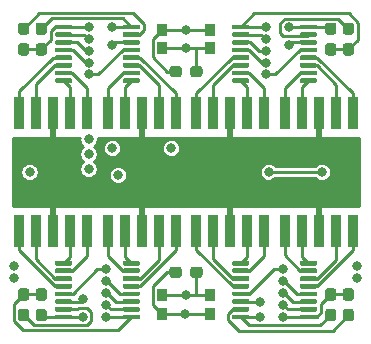
<source format=gbr>
%TF.GenerationSoftware,KiCad,Pcbnew,(5.1.6)-1*%
%TF.CreationDate,2020-09-19T18:08:17+02:00*%
%TF.ProjectId,watch,77617463-682e-46b6-9963-61645f706362,rev?*%
%TF.SameCoordinates,Original*%
%TF.FileFunction,Copper,L1,Top*%
%TF.FilePolarity,Positive*%
%FSLAX46Y46*%
G04 Gerber Fmt 4.6, Leading zero omitted, Abs format (unit mm)*
G04 Created by KiCad (PCBNEW (5.1.6)-1) date 2020-09-19 18:08:17*
%MOMM*%
%LPD*%
G01*
G04 APERTURE LIST*
%TA.AperFunction,SMDPad,CuDef*%
%ADD10R,0.900000X2.800000*%
%TD*%
%TA.AperFunction,SMDPad,CuDef*%
%ADD11R,0.900000X1.000000*%
%TD*%
%TA.AperFunction,ViaPad*%
%ADD12C,0.800000*%
%TD*%
%TA.AperFunction,Conductor*%
%ADD13C,0.250000*%
%TD*%
%TA.AperFunction,Conductor*%
%ADD14C,0.500000*%
%TD*%
G04 APERTURE END LIST*
%TO.P,R4,2*%
%TO.N,GND*%
%TA.AperFunction,SMDPad,CuDef*%
G36*
G01*
X133043812Y-51952611D02*
X133518812Y-51952611D01*
G75*
G02*
X133756312Y-52190111I0J-237500D01*
G01*
X133756312Y-52765111D01*
G75*
G02*
X133518812Y-53002611I-237500J0D01*
G01*
X133043812Y-53002611D01*
G75*
G02*
X132806312Y-52765111I0J237500D01*
G01*
X132806312Y-52190111D01*
G75*
G02*
X133043812Y-51952611I237500J0D01*
G01*
G37*
%TD.AperFunction*%
%TO.P,R4,1*%
%TO.N,Net-(R4-Pad1)*%
%TA.AperFunction,SMDPad,CuDef*%
G36*
G01*
X133043812Y-50202611D02*
X133518812Y-50202611D01*
G75*
G02*
X133756312Y-50440111I0J-237500D01*
G01*
X133756312Y-51015111D01*
G75*
G02*
X133518812Y-51252611I-237500J0D01*
G01*
X133043812Y-51252611D01*
G75*
G02*
X132806312Y-51015111I0J237500D01*
G01*
X132806312Y-50440111D01*
G75*
G02*
X133043812Y-50202611I237500J0D01*
G01*
G37*
%TD.AperFunction*%
%TD*%
%TO.P,C5,2*%
%TO.N,GND*%
%TA.AperFunction,SMDPad,CuDef*%
G36*
G01*
X134543812Y-51952611D02*
X135018812Y-51952611D01*
G75*
G02*
X135256312Y-52190111I0J-237500D01*
G01*
X135256312Y-52765111D01*
G75*
G02*
X135018812Y-53002611I-237500J0D01*
G01*
X134543812Y-53002611D01*
G75*
G02*
X134306312Y-52765111I0J237500D01*
G01*
X134306312Y-52190111D01*
G75*
G02*
X134543812Y-51952611I237500J0D01*
G01*
G37*
%TD.AperFunction*%
%TO.P,C5,1*%
%TO.N,+3V3*%
%TA.AperFunction,SMDPad,CuDef*%
G36*
G01*
X134543812Y-50202611D02*
X135018812Y-50202611D01*
G75*
G02*
X135256312Y-50440111I0J-237500D01*
G01*
X135256312Y-51015111D01*
G75*
G02*
X135018812Y-51252611I-237500J0D01*
G01*
X134543812Y-51252611D01*
G75*
G02*
X134306312Y-51015111I0J237500D01*
G01*
X134306312Y-50440111D01*
G75*
G02*
X134543812Y-50202611I237500J0D01*
G01*
G37*
%TD.AperFunction*%
%TD*%
D10*
%TO.P,U13,10*%
%TO.N,/S4_G*%
X155401312Y-57852611D03*
%TO.P,U13,9*%
%TO.N,/S4_F*%
X156841312Y-57852611D03*
%TO.P,U13,8*%
%TO.N,VCC*%
X158281312Y-57852611D03*
%TO.P,U13,7*%
%TO.N,/S4_A*%
X159721312Y-57852611D03*
%TO.P,U13,6*%
%TO.N,/S4_B*%
X161161312Y-57852611D03*
%TO.P,U13,5*%
%TO.N,/S4_DP*%
X161161312Y-67852611D03*
%TO.P,U13,4*%
%TO.N,/S4_C*%
X159721312Y-67852611D03*
%TO.P,U13,3*%
%TO.N,VCC*%
X158281312Y-67852611D03*
%TO.P,U13,2*%
%TO.N,/S4_D*%
X156841312Y-67852611D03*
%TO.P,U13,1*%
%TO.N,/S4_E*%
X155401312Y-67852611D03*
%TD*%
%TO.P,U12,16*%
%TO.N,+3V3*%
%TA.AperFunction,SMDPad,CuDef*%
G36*
G01*
X156656312Y-50677611D02*
X156656312Y-50477611D01*
G75*
G02*
X156756312Y-50377611I100000J0D01*
G01*
X158031312Y-50377611D01*
G75*
G02*
X158131312Y-50477611I0J-100000D01*
G01*
X158131312Y-50677611D01*
G75*
G02*
X158031312Y-50777611I-100000J0D01*
G01*
X156756312Y-50777611D01*
G75*
G02*
X156656312Y-50677611I0J100000D01*
G01*
G37*
%TD.AperFunction*%
%TO.P,U12,15*%
%TO.N,Net-(R5-Pad1)*%
%TA.AperFunction,SMDPad,CuDef*%
G36*
G01*
X156656312Y-51327611D02*
X156656312Y-51127611D01*
G75*
G02*
X156756312Y-51027611I100000J0D01*
G01*
X158031312Y-51027611D01*
G75*
G02*
X158131312Y-51127611I0J-100000D01*
G01*
X158131312Y-51327611D01*
G75*
G02*
X158031312Y-51427611I-100000J0D01*
G01*
X156756312Y-51427611D01*
G75*
G02*
X156656312Y-51327611I0J100000D01*
G01*
G37*
%TD.AperFunction*%
%TO.P,U12,14*%
%TO.N,/MDI*%
%TA.AperFunction,SMDPad,CuDef*%
G36*
G01*
X156656312Y-51977611D02*
X156656312Y-51777611D01*
G75*
G02*
X156756312Y-51677611I100000J0D01*
G01*
X158031312Y-51677611D01*
G75*
G02*
X158131312Y-51777611I0J-100000D01*
G01*
X158131312Y-51977611D01*
G75*
G02*
X158031312Y-52077611I-100000J0D01*
G01*
X156756312Y-52077611D01*
G75*
G02*
X156656312Y-51977611I0J100000D01*
G01*
G37*
%TD.AperFunction*%
%TO.P,U12,13*%
%TO.N,/OE*%
%TA.AperFunction,SMDPad,CuDef*%
G36*
G01*
X156656312Y-52627611D02*
X156656312Y-52427611D01*
G75*
G02*
X156756312Y-52327611I100000J0D01*
G01*
X158031312Y-52327611D01*
G75*
G02*
X158131312Y-52427611I0J-100000D01*
G01*
X158131312Y-52627611D01*
G75*
G02*
X158031312Y-52727611I-100000J0D01*
G01*
X156756312Y-52727611D01*
G75*
G02*
X156656312Y-52627611I0J100000D01*
G01*
G37*
%TD.AperFunction*%
%TO.P,U12,12*%
%TO.N,/S4_B*%
%TA.AperFunction,SMDPad,CuDef*%
G36*
G01*
X156656312Y-53277611D02*
X156656312Y-53077611D01*
G75*
G02*
X156756312Y-52977611I100000J0D01*
G01*
X158031312Y-52977611D01*
G75*
G02*
X158131312Y-53077611I0J-100000D01*
G01*
X158131312Y-53277611D01*
G75*
G02*
X158031312Y-53377611I-100000J0D01*
G01*
X156756312Y-53377611D01*
G75*
G02*
X156656312Y-53277611I0J100000D01*
G01*
G37*
%TD.AperFunction*%
%TO.P,U12,11*%
%TO.N,/S4_A*%
%TA.AperFunction,SMDPad,CuDef*%
G36*
G01*
X156656312Y-53927611D02*
X156656312Y-53727611D01*
G75*
G02*
X156756312Y-53627611I100000J0D01*
G01*
X158031312Y-53627611D01*
G75*
G02*
X158131312Y-53727611I0J-100000D01*
G01*
X158131312Y-53927611D01*
G75*
G02*
X158031312Y-54027611I-100000J0D01*
G01*
X156756312Y-54027611D01*
G75*
G02*
X156656312Y-53927611I0J100000D01*
G01*
G37*
%TD.AperFunction*%
%TO.P,U12,10*%
%TO.N,/S4_G*%
%TA.AperFunction,SMDPad,CuDef*%
G36*
G01*
X156656312Y-54577611D02*
X156656312Y-54377611D01*
G75*
G02*
X156756312Y-54277611I100000J0D01*
G01*
X158031312Y-54277611D01*
G75*
G02*
X158131312Y-54377611I0J-100000D01*
G01*
X158131312Y-54577611D01*
G75*
G02*
X158031312Y-54677611I-100000J0D01*
G01*
X156756312Y-54677611D01*
G75*
G02*
X156656312Y-54577611I0J100000D01*
G01*
G37*
%TD.AperFunction*%
%TO.P,U12,9*%
%TO.N,/S4_F*%
%TA.AperFunction,SMDPad,CuDef*%
G36*
G01*
X156656312Y-55227611D02*
X156656312Y-55027611D01*
G75*
G02*
X156756312Y-54927611I100000J0D01*
G01*
X158031312Y-54927611D01*
G75*
G02*
X158131312Y-55027611I0J-100000D01*
G01*
X158131312Y-55227611D01*
G75*
G02*
X158031312Y-55327611I-100000J0D01*
G01*
X156756312Y-55327611D01*
G75*
G02*
X156656312Y-55227611I0J100000D01*
G01*
G37*
%TD.AperFunction*%
%TO.P,U12,8*%
%TO.N,/S3_A*%
%TA.AperFunction,SMDPad,CuDef*%
G36*
G01*
X150931312Y-55227611D02*
X150931312Y-55027611D01*
G75*
G02*
X151031312Y-54927611I100000J0D01*
G01*
X152306312Y-54927611D01*
G75*
G02*
X152406312Y-55027611I0J-100000D01*
G01*
X152406312Y-55227611D01*
G75*
G02*
X152306312Y-55327611I-100000J0D01*
G01*
X151031312Y-55327611D01*
G75*
G02*
X150931312Y-55227611I0J100000D01*
G01*
G37*
%TD.AperFunction*%
%TO.P,U12,7*%
%TO.N,/S3_B*%
%TA.AperFunction,SMDPad,CuDef*%
G36*
G01*
X150931312Y-54577611D02*
X150931312Y-54377611D01*
G75*
G02*
X151031312Y-54277611I100000J0D01*
G01*
X152306312Y-54277611D01*
G75*
G02*
X152406312Y-54377611I0J-100000D01*
G01*
X152406312Y-54577611D01*
G75*
G02*
X152306312Y-54677611I-100000J0D01*
G01*
X151031312Y-54677611D01*
G75*
G02*
X150931312Y-54577611I0J100000D01*
G01*
G37*
%TD.AperFunction*%
%TO.P,U12,6*%
%TO.N,/S3_F*%
%TA.AperFunction,SMDPad,CuDef*%
G36*
G01*
X150931312Y-53927611D02*
X150931312Y-53727611D01*
G75*
G02*
X151031312Y-53627611I100000J0D01*
G01*
X152306312Y-53627611D01*
G75*
G02*
X152406312Y-53727611I0J-100000D01*
G01*
X152406312Y-53927611D01*
G75*
G02*
X152306312Y-54027611I-100000J0D01*
G01*
X151031312Y-54027611D01*
G75*
G02*
X150931312Y-53927611I0J100000D01*
G01*
G37*
%TD.AperFunction*%
%TO.P,U12,5*%
%TO.N,/S3_G*%
%TA.AperFunction,SMDPad,CuDef*%
G36*
G01*
X150931312Y-53277611D02*
X150931312Y-53077611D01*
G75*
G02*
X151031312Y-52977611I100000J0D01*
G01*
X152306312Y-52977611D01*
G75*
G02*
X152406312Y-53077611I0J-100000D01*
G01*
X152406312Y-53277611D01*
G75*
G02*
X152306312Y-53377611I-100000J0D01*
G01*
X151031312Y-53377611D01*
G75*
G02*
X150931312Y-53277611I0J100000D01*
G01*
G37*
%TD.AperFunction*%
%TO.P,U12,4*%
%TO.N,/LE*%
%TA.AperFunction,SMDPad,CuDef*%
G36*
G01*
X150931312Y-52627611D02*
X150931312Y-52427611D01*
G75*
G02*
X151031312Y-52327611I100000J0D01*
G01*
X152306312Y-52327611D01*
G75*
G02*
X152406312Y-52427611I0J-100000D01*
G01*
X152406312Y-52627611D01*
G75*
G02*
X152306312Y-52727611I-100000J0D01*
G01*
X151031312Y-52727611D01*
G75*
G02*
X150931312Y-52627611I0J100000D01*
G01*
G37*
%TD.AperFunction*%
%TO.P,U12,3*%
%TO.N,/CLK*%
%TA.AperFunction,SMDPad,CuDef*%
G36*
G01*
X150931312Y-51977611D02*
X150931312Y-51777611D01*
G75*
G02*
X151031312Y-51677611I100000J0D01*
G01*
X152306312Y-51677611D01*
G75*
G02*
X152406312Y-51777611I0J-100000D01*
G01*
X152406312Y-51977611D01*
G75*
G02*
X152306312Y-52077611I-100000J0D01*
G01*
X151031312Y-52077611D01*
G75*
G02*
X150931312Y-51977611I0J100000D01*
G01*
G37*
%TD.AperFunction*%
%TO.P,U12,2*%
%TO.N,Net-(U10-Pad14)*%
%TA.AperFunction,SMDPad,CuDef*%
G36*
G01*
X150931312Y-51327611D02*
X150931312Y-51127611D01*
G75*
G02*
X151031312Y-51027611I100000J0D01*
G01*
X152306312Y-51027611D01*
G75*
G02*
X152406312Y-51127611I0J-100000D01*
G01*
X152406312Y-51327611D01*
G75*
G02*
X152306312Y-51427611I-100000J0D01*
G01*
X151031312Y-51427611D01*
G75*
G02*
X150931312Y-51327611I0J100000D01*
G01*
G37*
%TD.AperFunction*%
%TO.P,U12,1*%
%TO.N,GND*%
%TA.AperFunction,SMDPad,CuDef*%
G36*
G01*
X150931312Y-50677611D02*
X150931312Y-50477611D01*
G75*
G02*
X151031312Y-50377611I100000J0D01*
G01*
X152306312Y-50377611D01*
G75*
G02*
X152406312Y-50477611I0J-100000D01*
G01*
X152406312Y-50677611D01*
G75*
G02*
X152306312Y-50777611I-100000J0D01*
G01*
X151031312Y-50777611D01*
G75*
G02*
X150931312Y-50677611I0J100000D01*
G01*
G37*
%TD.AperFunction*%
%TD*%
%TO.P,U11,10*%
%TO.N,/S3_G*%
X147901312Y-57852611D03*
%TO.P,U11,9*%
%TO.N,/S3_F*%
X149341312Y-57852611D03*
%TO.P,U11,8*%
%TO.N,VCC*%
X150781312Y-57852611D03*
%TO.P,U11,7*%
%TO.N,/S3_A*%
X152221312Y-57852611D03*
%TO.P,U11,6*%
%TO.N,/S3_B*%
X153661312Y-57852611D03*
%TO.P,U11,5*%
%TO.N,/S3_DP*%
X153661312Y-67852611D03*
%TO.P,U11,4*%
%TO.N,/S3_C*%
X152221312Y-67852611D03*
%TO.P,U11,3*%
%TO.N,VCC*%
X150781312Y-67852611D03*
%TO.P,U11,2*%
%TO.N,/S3_D*%
X149341312Y-67852611D03*
%TO.P,U11,1*%
%TO.N,/S3_E*%
X147901312Y-67852611D03*
%TD*%
%TO.P,U10,16*%
%TO.N,+3V3*%
%TA.AperFunction,SMDPad,CuDef*%
G36*
G01*
X141656312Y-50677611D02*
X141656312Y-50477611D01*
G75*
G02*
X141756312Y-50377611I100000J0D01*
G01*
X143031312Y-50377611D01*
G75*
G02*
X143131312Y-50477611I0J-100000D01*
G01*
X143131312Y-50677611D01*
G75*
G02*
X143031312Y-50777611I-100000J0D01*
G01*
X141756312Y-50777611D01*
G75*
G02*
X141656312Y-50677611I0J100000D01*
G01*
G37*
%TD.AperFunction*%
%TO.P,U10,15*%
%TO.N,Net-(R4-Pad1)*%
%TA.AperFunction,SMDPad,CuDef*%
G36*
G01*
X141656312Y-51327611D02*
X141656312Y-51127611D01*
G75*
G02*
X141756312Y-51027611I100000J0D01*
G01*
X143031312Y-51027611D01*
G75*
G02*
X143131312Y-51127611I0J-100000D01*
G01*
X143131312Y-51327611D01*
G75*
G02*
X143031312Y-51427611I-100000J0D01*
G01*
X141756312Y-51427611D01*
G75*
G02*
X141656312Y-51327611I0J100000D01*
G01*
G37*
%TD.AperFunction*%
%TO.P,U10,14*%
%TO.N,Net-(U10-Pad14)*%
%TA.AperFunction,SMDPad,CuDef*%
G36*
G01*
X141656312Y-51977611D02*
X141656312Y-51777611D01*
G75*
G02*
X141756312Y-51677611I100000J0D01*
G01*
X143031312Y-51677611D01*
G75*
G02*
X143131312Y-51777611I0J-100000D01*
G01*
X143131312Y-51977611D01*
G75*
G02*
X143031312Y-52077611I-100000J0D01*
G01*
X141756312Y-52077611D01*
G75*
G02*
X141656312Y-51977611I0J100000D01*
G01*
G37*
%TD.AperFunction*%
%TO.P,U10,13*%
%TO.N,/OE*%
%TA.AperFunction,SMDPad,CuDef*%
G36*
G01*
X141656312Y-52627611D02*
X141656312Y-52427611D01*
G75*
G02*
X141756312Y-52327611I100000J0D01*
G01*
X143031312Y-52327611D01*
G75*
G02*
X143131312Y-52427611I0J-100000D01*
G01*
X143131312Y-52627611D01*
G75*
G02*
X143031312Y-52727611I-100000J0D01*
G01*
X141756312Y-52727611D01*
G75*
G02*
X141656312Y-52627611I0J100000D01*
G01*
G37*
%TD.AperFunction*%
%TO.P,U10,12*%
%TO.N,/S2_B*%
%TA.AperFunction,SMDPad,CuDef*%
G36*
G01*
X141656312Y-53277611D02*
X141656312Y-53077611D01*
G75*
G02*
X141756312Y-52977611I100000J0D01*
G01*
X143031312Y-52977611D01*
G75*
G02*
X143131312Y-53077611I0J-100000D01*
G01*
X143131312Y-53277611D01*
G75*
G02*
X143031312Y-53377611I-100000J0D01*
G01*
X141756312Y-53377611D01*
G75*
G02*
X141656312Y-53277611I0J100000D01*
G01*
G37*
%TD.AperFunction*%
%TO.P,U10,11*%
%TO.N,/S2_A*%
%TA.AperFunction,SMDPad,CuDef*%
G36*
G01*
X141656312Y-53927611D02*
X141656312Y-53727611D01*
G75*
G02*
X141756312Y-53627611I100000J0D01*
G01*
X143031312Y-53627611D01*
G75*
G02*
X143131312Y-53727611I0J-100000D01*
G01*
X143131312Y-53927611D01*
G75*
G02*
X143031312Y-54027611I-100000J0D01*
G01*
X141756312Y-54027611D01*
G75*
G02*
X141656312Y-53927611I0J100000D01*
G01*
G37*
%TD.AperFunction*%
%TO.P,U10,10*%
%TO.N,/S2_G*%
%TA.AperFunction,SMDPad,CuDef*%
G36*
G01*
X141656312Y-54577611D02*
X141656312Y-54377611D01*
G75*
G02*
X141756312Y-54277611I100000J0D01*
G01*
X143031312Y-54277611D01*
G75*
G02*
X143131312Y-54377611I0J-100000D01*
G01*
X143131312Y-54577611D01*
G75*
G02*
X143031312Y-54677611I-100000J0D01*
G01*
X141756312Y-54677611D01*
G75*
G02*
X141656312Y-54577611I0J100000D01*
G01*
G37*
%TD.AperFunction*%
%TO.P,U10,9*%
%TO.N,/S2_F*%
%TA.AperFunction,SMDPad,CuDef*%
G36*
G01*
X141656312Y-55227611D02*
X141656312Y-55027611D01*
G75*
G02*
X141756312Y-54927611I100000J0D01*
G01*
X143031312Y-54927611D01*
G75*
G02*
X143131312Y-55027611I0J-100000D01*
G01*
X143131312Y-55227611D01*
G75*
G02*
X143031312Y-55327611I-100000J0D01*
G01*
X141756312Y-55327611D01*
G75*
G02*
X141656312Y-55227611I0J100000D01*
G01*
G37*
%TD.AperFunction*%
%TO.P,U10,8*%
%TO.N,/S1_A*%
%TA.AperFunction,SMDPad,CuDef*%
G36*
G01*
X135931312Y-55227611D02*
X135931312Y-55027611D01*
G75*
G02*
X136031312Y-54927611I100000J0D01*
G01*
X137306312Y-54927611D01*
G75*
G02*
X137406312Y-55027611I0J-100000D01*
G01*
X137406312Y-55227611D01*
G75*
G02*
X137306312Y-55327611I-100000J0D01*
G01*
X136031312Y-55327611D01*
G75*
G02*
X135931312Y-55227611I0J100000D01*
G01*
G37*
%TD.AperFunction*%
%TO.P,U10,7*%
%TO.N,/S1_B*%
%TA.AperFunction,SMDPad,CuDef*%
G36*
G01*
X135931312Y-54577611D02*
X135931312Y-54377611D01*
G75*
G02*
X136031312Y-54277611I100000J0D01*
G01*
X137306312Y-54277611D01*
G75*
G02*
X137406312Y-54377611I0J-100000D01*
G01*
X137406312Y-54577611D01*
G75*
G02*
X137306312Y-54677611I-100000J0D01*
G01*
X136031312Y-54677611D01*
G75*
G02*
X135931312Y-54577611I0J100000D01*
G01*
G37*
%TD.AperFunction*%
%TO.P,U10,6*%
%TO.N,/S1_F*%
%TA.AperFunction,SMDPad,CuDef*%
G36*
G01*
X135931312Y-53927611D02*
X135931312Y-53727611D01*
G75*
G02*
X136031312Y-53627611I100000J0D01*
G01*
X137306312Y-53627611D01*
G75*
G02*
X137406312Y-53727611I0J-100000D01*
G01*
X137406312Y-53927611D01*
G75*
G02*
X137306312Y-54027611I-100000J0D01*
G01*
X136031312Y-54027611D01*
G75*
G02*
X135931312Y-53927611I0J100000D01*
G01*
G37*
%TD.AperFunction*%
%TO.P,U10,5*%
%TO.N,/S1_G*%
%TA.AperFunction,SMDPad,CuDef*%
G36*
G01*
X135931312Y-53277611D02*
X135931312Y-53077611D01*
G75*
G02*
X136031312Y-52977611I100000J0D01*
G01*
X137306312Y-52977611D01*
G75*
G02*
X137406312Y-53077611I0J-100000D01*
G01*
X137406312Y-53277611D01*
G75*
G02*
X137306312Y-53377611I-100000J0D01*
G01*
X136031312Y-53377611D01*
G75*
G02*
X135931312Y-53277611I0J100000D01*
G01*
G37*
%TD.AperFunction*%
%TO.P,U10,4*%
%TO.N,/LE*%
%TA.AperFunction,SMDPad,CuDef*%
G36*
G01*
X135931312Y-52627611D02*
X135931312Y-52427611D01*
G75*
G02*
X136031312Y-52327611I100000J0D01*
G01*
X137306312Y-52327611D01*
G75*
G02*
X137406312Y-52427611I0J-100000D01*
G01*
X137406312Y-52627611D01*
G75*
G02*
X137306312Y-52727611I-100000J0D01*
G01*
X136031312Y-52727611D01*
G75*
G02*
X135931312Y-52627611I0J100000D01*
G01*
G37*
%TD.AperFunction*%
%TO.P,U10,3*%
%TO.N,/CLK*%
%TA.AperFunction,SMDPad,CuDef*%
G36*
G01*
X135931312Y-51977611D02*
X135931312Y-51777611D01*
G75*
G02*
X136031312Y-51677611I100000J0D01*
G01*
X137306312Y-51677611D01*
G75*
G02*
X137406312Y-51777611I0J-100000D01*
G01*
X137406312Y-51977611D01*
G75*
G02*
X137306312Y-52077611I-100000J0D01*
G01*
X136031312Y-52077611D01*
G75*
G02*
X135931312Y-51977611I0J100000D01*
G01*
G37*
%TD.AperFunction*%
%TO.P,U10,2*%
%TO.N,Net-(U10-Pad2)*%
%TA.AperFunction,SMDPad,CuDef*%
G36*
G01*
X135931312Y-51327611D02*
X135931312Y-51127611D01*
G75*
G02*
X136031312Y-51027611I100000J0D01*
G01*
X137306312Y-51027611D01*
G75*
G02*
X137406312Y-51127611I0J-100000D01*
G01*
X137406312Y-51327611D01*
G75*
G02*
X137306312Y-51427611I-100000J0D01*
G01*
X136031312Y-51427611D01*
G75*
G02*
X135931312Y-51327611I0J100000D01*
G01*
G37*
%TD.AperFunction*%
%TO.P,U10,1*%
%TO.N,GND*%
%TA.AperFunction,SMDPad,CuDef*%
G36*
G01*
X135931312Y-50677611D02*
X135931312Y-50477611D01*
G75*
G02*
X136031312Y-50377611I100000J0D01*
G01*
X137306312Y-50377611D01*
G75*
G02*
X137406312Y-50477611I0J-100000D01*
G01*
X137406312Y-50677611D01*
G75*
G02*
X137306312Y-50777611I-100000J0D01*
G01*
X136031312Y-50777611D01*
G75*
G02*
X135931312Y-50677611I0J100000D01*
G01*
G37*
%TD.AperFunction*%
%TD*%
%TO.P,U4,16*%
%TO.N,+3V3*%
%TA.AperFunction,SMDPad,CuDef*%
G36*
G01*
X137406312Y-75027611D02*
X137406312Y-75227611D01*
G75*
G02*
X137306312Y-75327611I-100000J0D01*
G01*
X136031312Y-75327611D01*
G75*
G02*
X135931312Y-75227611I0J100000D01*
G01*
X135931312Y-75027611D01*
G75*
G02*
X136031312Y-74927611I100000J0D01*
G01*
X137306312Y-74927611D01*
G75*
G02*
X137406312Y-75027611I0J-100000D01*
G01*
G37*
%TD.AperFunction*%
%TO.P,U4,15*%
%TO.N,Net-(R1-Pad1)*%
%TA.AperFunction,SMDPad,CuDef*%
G36*
G01*
X137406312Y-74377611D02*
X137406312Y-74577611D01*
G75*
G02*
X137306312Y-74677611I-100000J0D01*
G01*
X136031312Y-74677611D01*
G75*
G02*
X135931312Y-74577611I0J100000D01*
G01*
X135931312Y-74377611D01*
G75*
G02*
X136031312Y-74277611I100000J0D01*
G01*
X137306312Y-74277611D01*
G75*
G02*
X137406312Y-74377611I0J-100000D01*
G01*
G37*
%TD.AperFunction*%
%TO.P,U4,14*%
%TO.N,Net-(U3-Pad2)*%
%TA.AperFunction,SMDPad,CuDef*%
G36*
G01*
X137406312Y-73727611D02*
X137406312Y-73927611D01*
G75*
G02*
X137306312Y-74027611I-100000J0D01*
G01*
X136031312Y-74027611D01*
G75*
G02*
X135931312Y-73927611I0J100000D01*
G01*
X135931312Y-73727611D01*
G75*
G02*
X136031312Y-73627611I100000J0D01*
G01*
X137306312Y-73627611D01*
G75*
G02*
X137406312Y-73727611I0J-100000D01*
G01*
G37*
%TD.AperFunction*%
%TO.P,U4,13*%
%TO.N,/OE*%
%TA.AperFunction,SMDPad,CuDef*%
G36*
G01*
X137406312Y-73077611D02*
X137406312Y-73277611D01*
G75*
G02*
X137306312Y-73377611I-100000J0D01*
G01*
X136031312Y-73377611D01*
G75*
G02*
X135931312Y-73277611I0J100000D01*
G01*
X135931312Y-73077611D01*
G75*
G02*
X136031312Y-72977611I100000J0D01*
G01*
X137306312Y-72977611D01*
G75*
G02*
X137406312Y-73077611I0J-100000D01*
G01*
G37*
%TD.AperFunction*%
%TO.P,U4,12*%
%TO.N,/S1_E*%
%TA.AperFunction,SMDPad,CuDef*%
G36*
G01*
X137406312Y-72427611D02*
X137406312Y-72627611D01*
G75*
G02*
X137306312Y-72727611I-100000J0D01*
G01*
X136031312Y-72727611D01*
G75*
G02*
X135931312Y-72627611I0J100000D01*
G01*
X135931312Y-72427611D01*
G75*
G02*
X136031312Y-72327611I100000J0D01*
G01*
X137306312Y-72327611D01*
G75*
G02*
X137406312Y-72427611I0J-100000D01*
G01*
G37*
%TD.AperFunction*%
%TO.P,U4,11*%
%TO.N,/S1_D*%
%TA.AperFunction,SMDPad,CuDef*%
G36*
G01*
X137406312Y-71777611D02*
X137406312Y-71977611D01*
G75*
G02*
X137306312Y-72077611I-100000J0D01*
G01*
X136031312Y-72077611D01*
G75*
G02*
X135931312Y-71977611I0J100000D01*
G01*
X135931312Y-71777611D01*
G75*
G02*
X136031312Y-71677611I100000J0D01*
G01*
X137306312Y-71677611D01*
G75*
G02*
X137406312Y-71777611I0J-100000D01*
G01*
G37*
%TD.AperFunction*%
%TO.P,U4,10*%
%TO.N,/S1_DP*%
%TA.AperFunction,SMDPad,CuDef*%
G36*
G01*
X137406312Y-71127611D02*
X137406312Y-71327611D01*
G75*
G02*
X137306312Y-71427611I-100000J0D01*
G01*
X136031312Y-71427611D01*
G75*
G02*
X135931312Y-71327611I0J100000D01*
G01*
X135931312Y-71127611D01*
G75*
G02*
X136031312Y-71027611I100000J0D01*
G01*
X137306312Y-71027611D01*
G75*
G02*
X137406312Y-71127611I0J-100000D01*
G01*
G37*
%TD.AperFunction*%
%TO.P,U4,9*%
%TO.N,/S1_C*%
%TA.AperFunction,SMDPad,CuDef*%
G36*
G01*
X137406312Y-70477611D02*
X137406312Y-70677611D01*
G75*
G02*
X137306312Y-70777611I-100000J0D01*
G01*
X136031312Y-70777611D01*
G75*
G02*
X135931312Y-70677611I0J100000D01*
G01*
X135931312Y-70477611D01*
G75*
G02*
X136031312Y-70377611I100000J0D01*
G01*
X137306312Y-70377611D01*
G75*
G02*
X137406312Y-70477611I0J-100000D01*
G01*
G37*
%TD.AperFunction*%
%TO.P,U4,8*%
%TO.N,/S2_D*%
%TA.AperFunction,SMDPad,CuDef*%
G36*
G01*
X143131312Y-70477611D02*
X143131312Y-70677611D01*
G75*
G02*
X143031312Y-70777611I-100000J0D01*
G01*
X141756312Y-70777611D01*
G75*
G02*
X141656312Y-70677611I0J100000D01*
G01*
X141656312Y-70477611D01*
G75*
G02*
X141756312Y-70377611I100000J0D01*
G01*
X143031312Y-70377611D01*
G75*
G02*
X143131312Y-70477611I0J-100000D01*
G01*
G37*
%TD.AperFunction*%
%TO.P,U4,7*%
%TO.N,/S2_E*%
%TA.AperFunction,SMDPad,CuDef*%
G36*
G01*
X143131312Y-71127611D02*
X143131312Y-71327611D01*
G75*
G02*
X143031312Y-71427611I-100000J0D01*
G01*
X141756312Y-71427611D01*
G75*
G02*
X141656312Y-71327611I0J100000D01*
G01*
X141656312Y-71127611D01*
G75*
G02*
X141756312Y-71027611I100000J0D01*
G01*
X143031312Y-71027611D01*
G75*
G02*
X143131312Y-71127611I0J-100000D01*
G01*
G37*
%TD.AperFunction*%
%TO.P,U4,6*%
%TO.N,/S2_C*%
%TA.AperFunction,SMDPad,CuDef*%
G36*
G01*
X143131312Y-71777611D02*
X143131312Y-71977611D01*
G75*
G02*
X143031312Y-72077611I-100000J0D01*
G01*
X141756312Y-72077611D01*
G75*
G02*
X141656312Y-71977611I0J100000D01*
G01*
X141656312Y-71777611D01*
G75*
G02*
X141756312Y-71677611I100000J0D01*
G01*
X143031312Y-71677611D01*
G75*
G02*
X143131312Y-71777611I0J-100000D01*
G01*
G37*
%TD.AperFunction*%
%TO.P,U4,5*%
%TO.N,/S2_DP*%
%TA.AperFunction,SMDPad,CuDef*%
G36*
G01*
X143131312Y-72427611D02*
X143131312Y-72627611D01*
G75*
G02*
X143031312Y-72727611I-100000J0D01*
G01*
X141756312Y-72727611D01*
G75*
G02*
X141656312Y-72627611I0J100000D01*
G01*
X141656312Y-72427611D01*
G75*
G02*
X141756312Y-72327611I100000J0D01*
G01*
X143031312Y-72327611D01*
G75*
G02*
X143131312Y-72427611I0J-100000D01*
G01*
G37*
%TD.AperFunction*%
%TO.P,U4,4*%
%TO.N,/LE*%
%TA.AperFunction,SMDPad,CuDef*%
G36*
G01*
X143131312Y-73077611D02*
X143131312Y-73277611D01*
G75*
G02*
X143031312Y-73377611I-100000J0D01*
G01*
X141756312Y-73377611D01*
G75*
G02*
X141656312Y-73277611I0J100000D01*
G01*
X141656312Y-73077611D01*
G75*
G02*
X141756312Y-72977611I100000J0D01*
G01*
X143031312Y-72977611D01*
G75*
G02*
X143131312Y-73077611I0J-100000D01*
G01*
G37*
%TD.AperFunction*%
%TO.P,U4,3*%
%TO.N,/CLK*%
%TA.AperFunction,SMDPad,CuDef*%
G36*
G01*
X143131312Y-73727611D02*
X143131312Y-73927611D01*
G75*
G02*
X143031312Y-74027611I-100000J0D01*
G01*
X141756312Y-74027611D01*
G75*
G02*
X141656312Y-73927611I0J100000D01*
G01*
X141656312Y-73727611D01*
G75*
G02*
X141756312Y-73627611I100000J0D01*
G01*
X143031312Y-73627611D01*
G75*
G02*
X143131312Y-73727611I0J-100000D01*
G01*
G37*
%TD.AperFunction*%
%TO.P,U4,2*%
%TO.N,/SDI*%
%TA.AperFunction,SMDPad,CuDef*%
G36*
G01*
X143131312Y-74377611D02*
X143131312Y-74577611D01*
G75*
G02*
X143031312Y-74677611I-100000J0D01*
G01*
X141756312Y-74677611D01*
G75*
G02*
X141656312Y-74577611I0J100000D01*
G01*
X141656312Y-74377611D01*
G75*
G02*
X141756312Y-74277611I100000J0D01*
G01*
X143031312Y-74277611D01*
G75*
G02*
X143131312Y-74377611I0J-100000D01*
G01*
G37*
%TD.AperFunction*%
%TO.P,U4,1*%
%TO.N,GND*%
%TA.AperFunction,SMDPad,CuDef*%
G36*
G01*
X143131312Y-75027611D02*
X143131312Y-75227611D01*
G75*
G02*
X143031312Y-75327611I-100000J0D01*
G01*
X141756312Y-75327611D01*
G75*
G02*
X141656312Y-75227611I0J100000D01*
G01*
X141656312Y-75027611D01*
G75*
G02*
X141756312Y-74927611I100000J0D01*
G01*
X143031312Y-74927611D01*
G75*
G02*
X143131312Y-75027611I0J-100000D01*
G01*
G37*
%TD.AperFunction*%
%TD*%
%TO.P,U3,16*%
%TO.N,+3V3*%
%TA.AperFunction,SMDPad,CuDef*%
G36*
G01*
X152406312Y-75027611D02*
X152406312Y-75227611D01*
G75*
G02*
X152306312Y-75327611I-100000J0D01*
G01*
X151031312Y-75327611D01*
G75*
G02*
X150931312Y-75227611I0J100000D01*
G01*
X150931312Y-75027611D01*
G75*
G02*
X151031312Y-74927611I100000J0D01*
G01*
X152306312Y-74927611D01*
G75*
G02*
X152406312Y-75027611I0J-100000D01*
G01*
G37*
%TD.AperFunction*%
%TO.P,U3,15*%
%TO.N,Net-(R2-Pad1)*%
%TA.AperFunction,SMDPad,CuDef*%
G36*
G01*
X152406312Y-74377611D02*
X152406312Y-74577611D01*
G75*
G02*
X152306312Y-74677611I-100000J0D01*
G01*
X151031312Y-74677611D01*
G75*
G02*
X150931312Y-74577611I0J100000D01*
G01*
X150931312Y-74377611D01*
G75*
G02*
X151031312Y-74277611I100000J0D01*
G01*
X152306312Y-74277611D01*
G75*
G02*
X152406312Y-74377611I0J-100000D01*
G01*
G37*
%TD.AperFunction*%
%TO.P,U3,14*%
%TO.N,Net-(U10-Pad2)*%
%TA.AperFunction,SMDPad,CuDef*%
G36*
G01*
X152406312Y-73727611D02*
X152406312Y-73927611D01*
G75*
G02*
X152306312Y-74027611I-100000J0D01*
G01*
X151031312Y-74027611D01*
G75*
G02*
X150931312Y-73927611I0J100000D01*
G01*
X150931312Y-73727611D01*
G75*
G02*
X151031312Y-73627611I100000J0D01*
G01*
X152306312Y-73627611D01*
G75*
G02*
X152406312Y-73727611I0J-100000D01*
G01*
G37*
%TD.AperFunction*%
%TO.P,U3,13*%
%TO.N,/OE*%
%TA.AperFunction,SMDPad,CuDef*%
G36*
G01*
X152406312Y-73077611D02*
X152406312Y-73277611D01*
G75*
G02*
X152306312Y-73377611I-100000J0D01*
G01*
X151031312Y-73377611D01*
G75*
G02*
X150931312Y-73277611I0J100000D01*
G01*
X150931312Y-73077611D01*
G75*
G02*
X151031312Y-72977611I100000J0D01*
G01*
X152306312Y-72977611D01*
G75*
G02*
X152406312Y-73077611I0J-100000D01*
G01*
G37*
%TD.AperFunction*%
%TO.P,U3,12*%
%TO.N,/S3_E*%
%TA.AperFunction,SMDPad,CuDef*%
G36*
G01*
X152406312Y-72427611D02*
X152406312Y-72627611D01*
G75*
G02*
X152306312Y-72727611I-100000J0D01*
G01*
X151031312Y-72727611D01*
G75*
G02*
X150931312Y-72627611I0J100000D01*
G01*
X150931312Y-72427611D01*
G75*
G02*
X151031312Y-72327611I100000J0D01*
G01*
X152306312Y-72327611D01*
G75*
G02*
X152406312Y-72427611I0J-100000D01*
G01*
G37*
%TD.AperFunction*%
%TO.P,U3,11*%
%TO.N,/S3_D*%
%TA.AperFunction,SMDPad,CuDef*%
G36*
G01*
X152406312Y-71777611D02*
X152406312Y-71977611D01*
G75*
G02*
X152306312Y-72077611I-100000J0D01*
G01*
X151031312Y-72077611D01*
G75*
G02*
X150931312Y-71977611I0J100000D01*
G01*
X150931312Y-71777611D01*
G75*
G02*
X151031312Y-71677611I100000J0D01*
G01*
X152306312Y-71677611D01*
G75*
G02*
X152406312Y-71777611I0J-100000D01*
G01*
G37*
%TD.AperFunction*%
%TO.P,U3,10*%
%TO.N,/S3_DP*%
%TA.AperFunction,SMDPad,CuDef*%
G36*
G01*
X152406312Y-71127611D02*
X152406312Y-71327611D01*
G75*
G02*
X152306312Y-71427611I-100000J0D01*
G01*
X151031312Y-71427611D01*
G75*
G02*
X150931312Y-71327611I0J100000D01*
G01*
X150931312Y-71127611D01*
G75*
G02*
X151031312Y-71027611I100000J0D01*
G01*
X152306312Y-71027611D01*
G75*
G02*
X152406312Y-71127611I0J-100000D01*
G01*
G37*
%TD.AperFunction*%
%TO.P,U3,9*%
%TO.N,/S3_C*%
%TA.AperFunction,SMDPad,CuDef*%
G36*
G01*
X152406312Y-70477611D02*
X152406312Y-70677611D01*
G75*
G02*
X152306312Y-70777611I-100000J0D01*
G01*
X151031312Y-70777611D01*
G75*
G02*
X150931312Y-70677611I0J100000D01*
G01*
X150931312Y-70477611D01*
G75*
G02*
X151031312Y-70377611I100000J0D01*
G01*
X152306312Y-70377611D01*
G75*
G02*
X152406312Y-70477611I0J-100000D01*
G01*
G37*
%TD.AperFunction*%
%TO.P,U3,8*%
%TO.N,/S4_D*%
%TA.AperFunction,SMDPad,CuDef*%
G36*
G01*
X158131312Y-70477611D02*
X158131312Y-70677611D01*
G75*
G02*
X158031312Y-70777611I-100000J0D01*
G01*
X156756312Y-70777611D01*
G75*
G02*
X156656312Y-70677611I0J100000D01*
G01*
X156656312Y-70477611D01*
G75*
G02*
X156756312Y-70377611I100000J0D01*
G01*
X158031312Y-70377611D01*
G75*
G02*
X158131312Y-70477611I0J-100000D01*
G01*
G37*
%TD.AperFunction*%
%TO.P,U3,7*%
%TO.N,/S4_E*%
%TA.AperFunction,SMDPad,CuDef*%
G36*
G01*
X158131312Y-71127611D02*
X158131312Y-71327611D01*
G75*
G02*
X158031312Y-71427611I-100000J0D01*
G01*
X156756312Y-71427611D01*
G75*
G02*
X156656312Y-71327611I0J100000D01*
G01*
X156656312Y-71127611D01*
G75*
G02*
X156756312Y-71027611I100000J0D01*
G01*
X158031312Y-71027611D01*
G75*
G02*
X158131312Y-71127611I0J-100000D01*
G01*
G37*
%TD.AperFunction*%
%TO.P,U3,6*%
%TO.N,/S4_C*%
%TA.AperFunction,SMDPad,CuDef*%
G36*
G01*
X158131312Y-71777611D02*
X158131312Y-71977611D01*
G75*
G02*
X158031312Y-72077611I-100000J0D01*
G01*
X156756312Y-72077611D01*
G75*
G02*
X156656312Y-71977611I0J100000D01*
G01*
X156656312Y-71777611D01*
G75*
G02*
X156756312Y-71677611I100000J0D01*
G01*
X158031312Y-71677611D01*
G75*
G02*
X158131312Y-71777611I0J-100000D01*
G01*
G37*
%TD.AperFunction*%
%TO.P,U3,5*%
%TO.N,/S4_DP*%
%TA.AperFunction,SMDPad,CuDef*%
G36*
G01*
X158131312Y-72427611D02*
X158131312Y-72627611D01*
G75*
G02*
X158031312Y-72727611I-100000J0D01*
G01*
X156756312Y-72727611D01*
G75*
G02*
X156656312Y-72627611I0J100000D01*
G01*
X156656312Y-72427611D01*
G75*
G02*
X156756312Y-72327611I100000J0D01*
G01*
X158031312Y-72327611D01*
G75*
G02*
X158131312Y-72427611I0J-100000D01*
G01*
G37*
%TD.AperFunction*%
%TO.P,U3,4*%
%TO.N,/LE*%
%TA.AperFunction,SMDPad,CuDef*%
G36*
G01*
X158131312Y-73077611D02*
X158131312Y-73277611D01*
G75*
G02*
X158031312Y-73377611I-100000J0D01*
G01*
X156756312Y-73377611D01*
G75*
G02*
X156656312Y-73277611I0J100000D01*
G01*
X156656312Y-73077611D01*
G75*
G02*
X156756312Y-72977611I100000J0D01*
G01*
X158031312Y-72977611D01*
G75*
G02*
X158131312Y-73077611I0J-100000D01*
G01*
G37*
%TD.AperFunction*%
%TO.P,U3,3*%
%TO.N,/CLK*%
%TA.AperFunction,SMDPad,CuDef*%
G36*
G01*
X158131312Y-73727611D02*
X158131312Y-73927611D01*
G75*
G02*
X158031312Y-74027611I-100000J0D01*
G01*
X156756312Y-74027611D01*
G75*
G02*
X156656312Y-73927611I0J100000D01*
G01*
X156656312Y-73727611D01*
G75*
G02*
X156756312Y-73627611I100000J0D01*
G01*
X158031312Y-73627611D01*
G75*
G02*
X158131312Y-73727611I0J-100000D01*
G01*
G37*
%TD.AperFunction*%
%TO.P,U3,2*%
%TO.N,Net-(U3-Pad2)*%
%TA.AperFunction,SMDPad,CuDef*%
G36*
G01*
X158131312Y-74377611D02*
X158131312Y-74577611D01*
G75*
G02*
X158031312Y-74677611I-100000J0D01*
G01*
X156756312Y-74677611D01*
G75*
G02*
X156656312Y-74577611I0J100000D01*
G01*
X156656312Y-74377611D01*
G75*
G02*
X156756312Y-74277611I100000J0D01*
G01*
X158031312Y-74277611D01*
G75*
G02*
X158131312Y-74377611I0J-100000D01*
G01*
G37*
%TD.AperFunction*%
%TO.P,U3,1*%
%TO.N,GND*%
%TA.AperFunction,SMDPad,CuDef*%
G36*
G01*
X158131312Y-75027611D02*
X158131312Y-75227611D01*
G75*
G02*
X158031312Y-75327611I-100000J0D01*
G01*
X156756312Y-75327611D01*
G75*
G02*
X156656312Y-75227611I0J100000D01*
G01*
X156656312Y-75027611D01*
G75*
G02*
X156756312Y-74927611I100000J0D01*
G01*
X158031312Y-74927611D01*
G75*
G02*
X158131312Y-75027611I0J-100000D01*
G01*
G37*
%TD.AperFunction*%
%TD*%
%TO.P,U2,10*%
%TO.N,/S2_G*%
X140401312Y-57852611D03*
%TO.P,U2,9*%
%TO.N,/S2_F*%
X141841312Y-57852611D03*
%TO.P,U2,8*%
%TO.N,VCC*%
X143281312Y-57852611D03*
%TO.P,U2,7*%
%TO.N,/S2_A*%
X144721312Y-57852611D03*
%TO.P,U2,6*%
%TO.N,/S2_B*%
X146161312Y-57852611D03*
%TO.P,U2,5*%
%TO.N,/S2_DP*%
X146161312Y-67852611D03*
%TO.P,U2,4*%
%TO.N,/S2_C*%
X144721312Y-67852611D03*
%TO.P,U2,3*%
%TO.N,VCC*%
X143281312Y-67852611D03*
%TO.P,U2,2*%
%TO.N,/S2_D*%
X141841312Y-67852611D03*
%TO.P,U2,1*%
%TO.N,/S2_E*%
X140401312Y-67852611D03*
%TD*%
%TO.P,U1,10*%
%TO.N,/S1_G*%
X132901312Y-57852611D03*
%TO.P,U1,9*%
%TO.N,/S1_F*%
X134341312Y-57852611D03*
%TO.P,U1,8*%
%TO.N,VCC*%
X135781312Y-57852611D03*
%TO.P,U1,7*%
%TO.N,/S1_A*%
X137221312Y-57852611D03*
%TO.P,U1,6*%
%TO.N,/S1_B*%
X138661312Y-57852611D03*
%TO.P,U1,5*%
%TO.N,/S1_DP*%
X138661312Y-67852611D03*
%TO.P,U1,4*%
%TO.N,/S1_C*%
X137221312Y-67852611D03*
%TO.P,U1,3*%
%TO.N,VCC*%
X135781312Y-67852611D03*
%TO.P,U1,2*%
%TO.N,/S1_D*%
X134341312Y-67852611D03*
%TO.P,U1,1*%
%TO.N,/S1_E*%
X132901312Y-67852611D03*
%TD*%
D11*
%TO.P,SW2,2*%
%TO.N,/SW2*%
X144981312Y-73302611D03*
%TO.P,SW2,1*%
%TO.N,GND*%
X144981312Y-74902611D03*
%TO.P,SW2,2*%
%TO.N,/SW2*%
X149081312Y-73302611D03*
%TO.P,SW2,1*%
%TO.N,GND*%
X149081312Y-74902611D03*
%TD*%
%TO.P,SW1,1*%
%TO.N,GND*%
X144981312Y-50802611D03*
%TO.P,SW1,2*%
%TO.N,/SW1*%
X144981312Y-52402611D03*
%TO.P,SW1,1*%
%TO.N,GND*%
X149081312Y-50802611D03*
%TO.P,SW1,2*%
%TO.N,/SW1*%
X149081312Y-52402611D03*
%TD*%
%TO.P,R5,2*%
%TO.N,GND*%
%TA.AperFunction,SMDPad,CuDef*%
G36*
G01*
X160543812Y-51952611D02*
X161018812Y-51952611D01*
G75*
G02*
X161256312Y-52190111I0J-237500D01*
G01*
X161256312Y-52765111D01*
G75*
G02*
X161018812Y-53002611I-237500J0D01*
G01*
X160543812Y-53002611D01*
G75*
G02*
X160306312Y-52765111I0J237500D01*
G01*
X160306312Y-52190111D01*
G75*
G02*
X160543812Y-51952611I237500J0D01*
G01*
G37*
%TD.AperFunction*%
%TO.P,R5,1*%
%TO.N,Net-(R5-Pad1)*%
%TA.AperFunction,SMDPad,CuDef*%
G36*
G01*
X160543812Y-50202611D02*
X161018812Y-50202611D01*
G75*
G02*
X161256312Y-50440111I0J-237500D01*
G01*
X161256312Y-51015111D01*
G75*
G02*
X161018812Y-51252611I-237500J0D01*
G01*
X160543812Y-51252611D01*
G75*
G02*
X160306312Y-51015111I0J237500D01*
G01*
X160306312Y-50440111D01*
G75*
G02*
X160543812Y-50202611I237500J0D01*
G01*
G37*
%TD.AperFunction*%
%TD*%
%TO.P,R2,2*%
%TO.N,GND*%
%TA.AperFunction,SMDPad,CuDef*%
G36*
G01*
X161018812Y-73752611D02*
X160543812Y-73752611D01*
G75*
G02*
X160306312Y-73515111I0J237500D01*
G01*
X160306312Y-72940111D01*
G75*
G02*
X160543812Y-72702611I237500J0D01*
G01*
X161018812Y-72702611D01*
G75*
G02*
X161256312Y-72940111I0J-237500D01*
G01*
X161256312Y-73515111D01*
G75*
G02*
X161018812Y-73752611I-237500J0D01*
G01*
G37*
%TD.AperFunction*%
%TO.P,R2,1*%
%TO.N,Net-(R2-Pad1)*%
%TA.AperFunction,SMDPad,CuDef*%
G36*
G01*
X161018812Y-75502611D02*
X160543812Y-75502611D01*
G75*
G02*
X160306312Y-75265111I0J237500D01*
G01*
X160306312Y-74690111D01*
G75*
G02*
X160543812Y-74452611I237500J0D01*
G01*
X161018812Y-74452611D01*
G75*
G02*
X161256312Y-74690111I0J-237500D01*
G01*
X161256312Y-75265111D01*
G75*
G02*
X161018812Y-75502611I-237500J0D01*
G01*
G37*
%TD.AperFunction*%
%TD*%
%TO.P,R1,2*%
%TO.N,GND*%
%TA.AperFunction,SMDPad,CuDef*%
G36*
G01*
X133518812Y-73752611D02*
X133043812Y-73752611D01*
G75*
G02*
X132806312Y-73515111I0J237500D01*
G01*
X132806312Y-72940111D01*
G75*
G02*
X133043812Y-72702611I237500J0D01*
G01*
X133518812Y-72702611D01*
G75*
G02*
X133756312Y-72940111I0J-237500D01*
G01*
X133756312Y-73515111D01*
G75*
G02*
X133518812Y-73752611I-237500J0D01*
G01*
G37*
%TD.AperFunction*%
%TO.P,R1,1*%
%TO.N,Net-(R1-Pad1)*%
%TA.AperFunction,SMDPad,CuDef*%
G36*
G01*
X133518812Y-75502611D02*
X133043812Y-75502611D01*
G75*
G02*
X132806312Y-75265111I0J237500D01*
G01*
X132806312Y-74690111D01*
G75*
G02*
X133043812Y-74452611I237500J0D01*
G01*
X133518812Y-74452611D01*
G75*
G02*
X133756312Y-74690111I0J-237500D01*
G01*
X133756312Y-75265111D01*
G75*
G02*
X133518812Y-75502611I-237500J0D01*
G01*
G37*
%TD.AperFunction*%
%TD*%
%TO.P,C16,2*%
%TO.N,GND*%
%TA.AperFunction,SMDPad,CuDef*%
G36*
G01*
X159043812Y-51952611D02*
X159518812Y-51952611D01*
G75*
G02*
X159756312Y-52190111I0J-237500D01*
G01*
X159756312Y-52765111D01*
G75*
G02*
X159518812Y-53002611I-237500J0D01*
G01*
X159043812Y-53002611D01*
G75*
G02*
X158806312Y-52765111I0J237500D01*
G01*
X158806312Y-52190111D01*
G75*
G02*
X159043812Y-51952611I237500J0D01*
G01*
G37*
%TD.AperFunction*%
%TO.P,C16,1*%
%TO.N,+3V3*%
%TA.AperFunction,SMDPad,CuDef*%
G36*
G01*
X159043812Y-50202611D02*
X159518812Y-50202611D01*
G75*
G02*
X159756312Y-50440111I0J-237500D01*
G01*
X159756312Y-51015111D01*
G75*
G02*
X159518812Y-51252611I-237500J0D01*
G01*
X159043812Y-51252611D01*
G75*
G02*
X158806312Y-51015111I0J237500D01*
G01*
X158806312Y-50440111D01*
G75*
G02*
X159043812Y-50202611I237500J0D01*
G01*
G37*
%TD.AperFunction*%
%TD*%
%TO.P,C12,2*%
%TO.N,GND*%
%TA.AperFunction,SMDPad,CuDef*%
G36*
G01*
X146681312Y-71115111D02*
X146681312Y-71590111D01*
G75*
G02*
X146443812Y-71827611I-237500J0D01*
G01*
X145868812Y-71827611D01*
G75*
G02*
X145631312Y-71590111I0J237500D01*
G01*
X145631312Y-71115111D01*
G75*
G02*
X145868812Y-70877611I237500J0D01*
G01*
X146443812Y-70877611D01*
G75*
G02*
X146681312Y-71115111I0J-237500D01*
G01*
G37*
%TD.AperFunction*%
%TO.P,C12,1*%
%TO.N,/SW2*%
%TA.AperFunction,SMDPad,CuDef*%
G36*
G01*
X148431312Y-71115111D02*
X148431312Y-71590111D01*
G75*
G02*
X148193812Y-71827611I-237500J0D01*
G01*
X147618812Y-71827611D01*
G75*
G02*
X147381312Y-71590111I0J237500D01*
G01*
X147381312Y-71115111D01*
G75*
G02*
X147618812Y-70877611I237500J0D01*
G01*
X148193812Y-70877611D01*
G75*
G02*
X148431312Y-71115111I0J-237500D01*
G01*
G37*
%TD.AperFunction*%
%TD*%
%TO.P,C11,1*%
%TO.N,/SW1*%
%TA.AperFunction,SMDPad,CuDef*%
G36*
G01*
X148431312Y-54115111D02*
X148431312Y-54590111D01*
G75*
G02*
X148193812Y-54827611I-237500J0D01*
G01*
X147618812Y-54827611D01*
G75*
G02*
X147381312Y-54590111I0J237500D01*
G01*
X147381312Y-54115111D01*
G75*
G02*
X147618812Y-53877611I237500J0D01*
G01*
X148193812Y-53877611D01*
G75*
G02*
X148431312Y-54115111I0J-237500D01*
G01*
G37*
%TD.AperFunction*%
%TO.P,C11,2*%
%TO.N,GND*%
%TA.AperFunction,SMDPad,CuDef*%
G36*
G01*
X146681312Y-54115111D02*
X146681312Y-54590111D01*
G75*
G02*
X146443812Y-54827611I-237500J0D01*
G01*
X145868812Y-54827611D01*
G75*
G02*
X145631312Y-54590111I0J237500D01*
G01*
X145631312Y-54115111D01*
G75*
G02*
X145868812Y-53877611I237500J0D01*
G01*
X146443812Y-53877611D01*
G75*
G02*
X146681312Y-54115111I0J-237500D01*
G01*
G37*
%TD.AperFunction*%
%TD*%
%TO.P,C2,2*%
%TO.N,GND*%
%TA.AperFunction,SMDPad,CuDef*%
G36*
G01*
X135018812Y-73752611D02*
X134543812Y-73752611D01*
G75*
G02*
X134306312Y-73515111I0J237500D01*
G01*
X134306312Y-72940111D01*
G75*
G02*
X134543812Y-72702611I237500J0D01*
G01*
X135018812Y-72702611D01*
G75*
G02*
X135256312Y-72940111I0J-237500D01*
G01*
X135256312Y-73515111D01*
G75*
G02*
X135018812Y-73752611I-237500J0D01*
G01*
G37*
%TD.AperFunction*%
%TO.P,C2,1*%
%TO.N,+3V3*%
%TA.AperFunction,SMDPad,CuDef*%
G36*
G01*
X135018812Y-75502611D02*
X134543812Y-75502611D01*
G75*
G02*
X134306312Y-75265111I0J237500D01*
G01*
X134306312Y-74690111D01*
G75*
G02*
X134543812Y-74452611I237500J0D01*
G01*
X135018812Y-74452611D01*
G75*
G02*
X135256312Y-74690111I0J-237500D01*
G01*
X135256312Y-75265111D01*
G75*
G02*
X135018812Y-75502611I-237500J0D01*
G01*
G37*
%TD.AperFunction*%
%TD*%
%TO.P,C1,2*%
%TO.N,GND*%
%TA.AperFunction,SMDPad,CuDef*%
G36*
G01*
X159518812Y-73752611D02*
X159043812Y-73752611D01*
G75*
G02*
X158806312Y-73515111I0J237500D01*
G01*
X158806312Y-72940111D01*
G75*
G02*
X159043812Y-72702611I237500J0D01*
G01*
X159518812Y-72702611D01*
G75*
G02*
X159756312Y-72940111I0J-237500D01*
G01*
X159756312Y-73515111D01*
G75*
G02*
X159518812Y-73752611I-237500J0D01*
G01*
G37*
%TD.AperFunction*%
%TO.P,C1,1*%
%TO.N,+3V3*%
%TA.AperFunction,SMDPad,CuDef*%
G36*
G01*
X159518812Y-75502611D02*
X159043812Y-75502611D01*
G75*
G02*
X158806312Y-75265111I0J237500D01*
G01*
X158806312Y-74690111D01*
G75*
G02*
X159043812Y-74452611I237500J0D01*
G01*
X159518812Y-74452611D01*
G75*
G02*
X159756312Y-74690111I0J-237500D01*
G01*
X159756312Y-75265111D01*
G75*
G02*
X159518812Y-75502611I-237500J0D01*
G01*
G37*
%TD.AperFunction*%
%TD*%
D12*
%TO.N,GND*%
X133781312Y-62852611D03*
X140260725Y-75127611D03*
X155281312Y-75127611D03*
X147031312Y-50802611D03*
X140781312Y-60852611D03*
X153781312Y-50577611D03*
X138781312Y-50577611D03*
X146981312Y-74902611D03*
X132431312Y-70852611D03*
X132431312Y-71852611D03*
%TO.N,VCC*%
X154556312Y-63703715D03*
X150556312Y-62852611D03*
%TO.N,+3V3*%
X138281312Y-75102611D03*
X140781312Y-50602611D03*
X155781312Y-50602611D03*
X141281312Y-63102611D03*
X138781312Y-62602611D03*
X145781312Y-60852611D03*
X153281312Y-75102611D03*
%TO.N,/MDI*%
X155781312Y-52102611D03*
%TO.N,/OE*%
X155281312Y-71102611D03*
X138781312Y-54602611D03*
X153781312Y-54602611D03*
X140281312Y-71102611D03*
%TO.N,/LE*%
X155281312Y-72102611D03*
X140281312Y-72102611D03*
X138781312Y-53602611D03*
X153781306Y-53602611D03*
%TO.N,/CLK*%
X155281312Y-73102611D03*
X140281312Y-73102611D03*
X138781312Y-52602611D03*
X153781312Y-52602611D03*
%TO.N,/SDI*%
X140281312Y-74102611D03*
%TO.N,/SW1*%
X147031312Y-52402611D03*
%TO.N,/SW2*%
X147031312Y-73302611D03*
%TO.N,+BATT*%
X154031312Y-62852611D03*
X158531312Y-62852611D03*
%TO.N,Net-(U10-Pad2)*%
X153281312Y-73827611D03*
X138781312Y-51602611D03*
%TO.N,Net-(U3-Pad2)*%
X155281312Y-74102611D03*
X138281312Y-73602611D03*
%TO.N,Net-(U10-Pad14)*%
X153781312Y-51602611D03*
X140781312Y-52102611D03*
%TO.N,/RX*%
X138781312Y-60102611D03*
X161531312Y-70852611D03*
%TO.N,/TX*%
X138781312Y-61352611D03*
X161531312Y-71852611D03*
%TD*%
D13*
%TO.N,Net-(R2-Pad1)*%
X150980254Y-74477611D02*
X151668812Y-74477611D01*
X150606302Y-74851563D02*
X150980254Y-74477611D01*
X150606302Y-75403659D02*
X150606302Y-74851563D01*
X151505264Y-76302621D02*
X150606302Y-75403659D01*
X159456302Y-76302621D02*
X151505264Y-76302621D01*
X160781312Y-74977611D02*
X159456302Y-76302621D01*
%TO.N,Net-(R1-Pad1)*%
X138629313Y-75827612D02*
X134131313Y-75827612D01*
X139006313Y-74754610D02*
X139006313Y-75450612D01*
X134131313Y-75827612D02*
X133281312Y-74977611D01*
X139006313Y-75450612D02*
X138629313Y-75827612D01*
X138629313Y-74377610D02*
X139006313Y-74754610D01*
X137933311Y-74377610D02*
X138629313Y-74377610D01*
X137833310Y-74477611D02*
X137933311Y-74377610D01*
X136668812Y-74477611D02*
X137833310Y-74477611D01*
%TO.N,/S1_G*%
X135730274Y-53177611D02*
X136668812Y-53177611D01*
X132901312Y-56006573D02*
X135730274Y-53177611D01*
X132901312Y-57852611D02*
X132901312Y-56006573D01*
%TO.N,/S1_F*%
X135931312Y-53827611D02*
X136668812Y-53827611D01*
X134341312Y-55417611D02*
X135931312Y-53827611D01*
X134341312Y-57852611D02*
X134341312Y-55417611D01*
%TO.N,/S1_A*%
X137221312Y-55680111D02*
X136668812Y-55127611D01*
X137221312Y-57852611D02*
X137221312Y-55680111D01*
%TO.N,/S1_B*%
X137406312Y-54477611D02*
X136668812Y-54477611D01*
X138661312Y-55732611D02*
X137406312Y-54477611D01*
X138661312Y-57852611D02*
X138661312Y-55732611D01*
%TO.N,/S1_DP*%
X137406312Y-71227611D02*
X138661312Y-69972611D01*
X136668812Y-71227611D02*
X137406312Y-71227611D01*
X138661312Y-67852611D02*
X138661312Y-69972611D01*
%TO.N,/S1_C*%
X137221312Y-70025111D02*
X136668812Y-70577611D01*
X137221312Y-67852611D02*
X137221312Y-70025111D01*
%TO.N,/S1_D*%
X135980254Y-71877611D02*
X134341312Y-70238669D01*
X136668812Y-71877611D02*
X135980254Y-71877611D01*
X134341312Y-67852611D02*
X134341312Y-70238669D01*
%TO.N,/S1_E*%
X135931312Y-72527611D02*
X132901312Y-69497611D01*
X136668812Y-72527611D02*
X135931312Y-72527611D01*
X132901312Y-67852611D02*
X132901312Y-69497611D01*
%TO.N,GND*%
X142393812Y-75127611D02*
X140260725Y-75127611D01*
X157393812Y-75127611D02*
X155281312Y-75127611D01*
X140406312Y-75273198D02*
X140260725Y-75127611D01*
X155406312Y-75252611D02*
X155281312Y-75127611D01*
X144206311Y-51577612D02*
X144981312Y-50802611D01*
X145396310Y-54352611D02*
X144206311Y-53162612D01*
X144206311Y-53162612D02*
X144206311Y-51577612D01*
X146156312Y-54352611D02*
X145396310Y-54352611D01*
X149081312Y-50802611D02*
X147081312Y-50802611D01*
X144206311Y-72542610D02*
X144206311Y-74127610D01*
X144206311Y-74127610D02*
X144981312Y-74902611D01*
X145396310Y-71352611D02*
X144206311Y-72542610D01*
X146156312Y-71352611D02*
X145396310Y-71352611D01*
X147081312Y-50802611D02*
X144981312Y-50802611D01*
X153781312Y-50577611D02*
X151668812Y-50577611D01*
X153656312Y-50452611D02*
X153781312Y-50577611D01*
X138656312Y-50452611D02*
X138781312Y-50577611D01*
X136668812Y-50577611D02*
X138781312Y-50577611D01*
X133281312Y-52477611D02*
X134781312Y-52477611D01*
X135606302Y-50951563D02*
X135980254Y-50577611D01*
X135606302Y-51652621D02*
X135606302Y-50951563D01*
X135980254Y-50577611D02*
X136668812Y-50577611D01*
X134781312Y-52477611D02*
X135606302Y-51652621D01*
X160781312Y-52477611D02*
X159281312Y-52477611D01*
X160801811Y-49427600D02*
X152818823Y-49427600D01*
X152818823Y-49427600D02*
X151668812Y-50577611D01*
X161581322Y-50207111D02*
X160801811Y-49427600D01*
X161581322Y-51677601D02*
X161581322Y-50207111D01*
X160781312Y-52477611D02*
X161581322Y-51677601D01*
X160781312Y-73227611D02*
X159281312Y-73227611D01*
X158456322Y-74753659D02*
X158082370Y-75127611D01*
X158456322Y-74052601D02*
X158456322Y-74753659D01*
X158082370Y-75127611D02*
X157393812Y-75127611D01*
X159281312Y-73227611D02*
X158456322Y-74052601D01*
X133281312Y-73227611D02*
X134781312Y-73227611D01*
X133260813Y-76277622D02*
X141243801Y-76277622D01*
X132481302Y-75498111D02*
X133260813Y-76277622D01*
X132481302Y-74027621D02*
X132481302Y-75498111D01*
X141243801Y-76277622D02*
X142393812Y-75127611D01*
X133281312Y-73227611D02*
X132481302Y-74027621D01*
X144981312Y-74902611D02*
X146981312Y-74902611D01*
X146981312Y-74902611D02*
X149081312Y-74902611D01*
D14*
%TO.N,VCC*%
X158281312Y-67852611D02*
X158281312Y-65102611D01*
X158281312Y-57852611D02*
X158281312Y-60852611D01*
X150781312Y-67852611D02*
X150781312Y-65102611D01*
X150781312Y-57852611D02*
X150781312Y-60852611D01*
X143281312Y-67852611D02*
X143281312Y-65102611D01*
X143281312Y-57852611D02*
X143281312Y-60852611D01*
X135781312Y-57852611D02*
X135781312Y-60852611D01*
X135781312Y-67852611D02*
X135781312Y-65102611D01*
D13*
%TO.N,+3V3*%
X136693812Y-75102611D02*
X136668812Y-75127611D01*
X138281312Y-75102611D02*
X136693812Y-75102611D01*
X142393812Y-50577611D02*
X140806312Y-50577611D01*
X140806312Y-50577611D02*
X140781312Y-50602611D01*
X157393812Y-50577611D02*
X155806312Y-50577611D01*
X155806312Y-50577611D02*
X155781312Y-50602611D01*
X141281312Y-63102611D02*
X141281312Y-62852611D01*
X141668811Y-49852610D02*
X142393812Y-50577611D01*
X135656313Y-49852610D02*
X141668811Y-49852610D01*
X134781312Y-50727611D02*
X135656313Y-49852610D01*
X159131312Y-50577611D02*
X157393812Y-50577611D01*
X159281312Y-50727611D02*
X159131312Y-50577611D01*
X152393813Y-75852612D02*
X151668812Y-75127611D01*
X158406311Y-75852612D02*
X152393813Y-75852612D01*
X159281312Y-74977611D02*
X158406311Y-75852612D01*
X134931312Y-75127611D02*
X136668812Y-75127611D01*
X134781312Y-74977611D02*
X134931312Y-75127611D01*
X153256312Y-75127611D02*
X153281312Y-75102611D01*
X151668812Y-75127611D02*
X153256312Y-75127611D01*
%TO.N,/MDI*%
X157393812Y-51877611D02*
X155781312Y-51877611D01*
%TO.N,/OE*%
X139581312Y-54602611D02*
X138781312Y-54602611D01*
X141656312Y-52527611D02*
X139581312Y-54602611D01*
X142393812Y-52527611D02*
X141656312Y-52527611D01*
X154581312Y-54602611D02*
X153781312Y-54602611D01*
X156656312Y-52527611D02*
X154581312Y-54602611D01*
X157393812Y-52527611D02*
X156656312Y-52527611D01*
X154481312Y-71102611D02*
X155281312Y-71102611D01*
X152406312Y-73177611D02*
X154481312Y-71102611D01*
X151668812Y-73177611D02*
X152406312Y-73177611D01*
X139531312Y-71102611D02*
X140281312Y-71102611D01*
X136668812Y-73177611D02*
X137456312Y-73177611D01*
X137456312Y-73177611D02*
X139531312Y-71102611D01*
%TO.N,/LE*%
X157393812Y-73177611D02*
X156656312Y-73177611D01*
X136668812Y-52527611D02*
X137456306Y-52527611D01*
X138531306Y-53602611D02*
X138781312Y-53602611D01*
X137456306Y-52527611D02*
X138531306Y-53602611D01*
X152357370Y-52527611D02*
X153432370Y-53602611D01*
X153432370Y-53602611D02*
X153781306Y-53602611D01*
X151668812Y-52527611D02*
X152357370Y-52527611D01*
X140354314Y-72102611D02*
X140281312Y-72102611D01*
X141429314Y-73177611D02*
X140354314Y-72102611D01*
X142393812Y-73177611D02*
X141429314Y-73177611D01*
X155354314Y-72102611D02*
X155281312Y-72102611D01*
X156429314Y-73177611D02*
X155354314Y-72102611D01*
X157393812Y-73177611D02*
X156429314Y-73177611D01*
%TO.N,/CLK*%
X136668812Y-51877611D02*
X137831612Y-51877611D01*
X138556612Y-52602611D02*
X138781312Y-52602611D01*
X137831612Y-51877611D02*
X138556612Y-52602611D01*
X153215627Y-52602611D02*
X153781312Y-52602611D01*
X151668812Y-51877611D02*
X152490627Y-51877611D01*
X152490627Y-51877611D02*
X153215627Y-52602611D01*
X140354314Y-73102611D02*
X140281312Y-73102611D01*
X141079314Y-73827611D02*
X140354314Y-73102611D01*
X142393812Y-73827611D02*
X141079314Y-73827611D01*
X155354314Y-73102611D02*
X155281312Y-73102611D01*
X156079314Y-73827611D02*
X155354314Y-73102611D01*
X157393812Y-73827611D02*
X156079314Y-73827611D01*
%TO.N,/SDI*%
X140656312Y-74477611D02*
X140281312Y-74102611D01*
X142393812Y-74477611D02*
X140656312Y-74477611D01*
%TO.N,/SW1*%
X147906312Y-54102611D02*
X147906312Y-53577611D01*
X144981312Y-52402611D02*
X146981312Y-52402611D01*
X147906312Y-53577611D02*
X147906312Y-52402611D01*
X146981312Y-52402611D02*
X149081312Y-52402611D01*
%TO.N,/SW2*%
X144981312Y-73302611D02*
X147081312Y-73302611D01*
X147906312Y-71352611D02*
X147906312Y-73302611D01*
X147081312Y-73302611D02*
X149081312Y-73302611D01*
%TO.N,/S2_G*%
X141705254Y-54477611D02*
X142393812Y-54477611D01*
X140401312Y-55781553D02*
X141705254Y-54477611D01*
X140401312Y-57852611D02*
X140401312Y-55781553D01*
%TO.N,/S2_F*%
X141841312Y-55680111D02*
X142393812Y-55127611D01*
X141841312Y-57852611D02*
X141841312Y-55680111D01*
%TO.N,/S2_A*%
X143082370Y-53827611D02*
X142393812Y-53827611D01*
X144721312Y-55466553D02*
X143082370Y-53827611D01*
X144721312Y-57852611D02*
X144721312Y-55466553D01*
%TO.N,/S2_B*%
X143136312Y-53177611D02*
X142393812Y-53177611D01*
X146161312Y-56202611D02*
X143136312Y-53177611D01*
X146161312Y-57852611D02*
X146161312Y-56202611D01*
%TO.N,/S2_DP*%
X146161312Y-68847613D02*
X146161312Y-67852611D01*
X143117722Y-72527611D02*
X146161312Y-69484021D01*
X142393812Y-72527611D02*
X143117722Y-72527611D01*
X146161312Y-67852611D02*
X146161312Y-69484021D01*
%TO.N,/S2_C*%
X144721312Y-68987611D02*
X144721312Y-67852611D01*
X143131312Y-71877611D02*
X144721312Y-70287611D01*
X142393812Y-71877611D02*
X143131312Y-71877611D01*
X144721312Y-67852611D02*
X144721312Y-70287611D01*
%TO.N,/S2_D*%
X141841312Y-70025111D02*
X142393812Y-70577611D01*
X141841312Y-67852611D02*
X141841312Y-70025111D01*
%TO.N,/S2_E*%
X141656312Y-71227611D02*
X140401312Y-69972611D01*
X142393812Y-71227611D02*
X141656312Y-71227611D01*
X140401312Y-67852611D02*
X140401312Y-69972611D01*
%TO.N,+BATT*%
X154031312Y-62852611D02*
X158531312Y-62852611D01*
%TO.N,Net-(R4-Pad1)*%
X143082370Y-51227611D02*
X142393812Y-51227611D01*
X143456322Y-50853659D02*
X143082370Y-51227611D01*
X143456322Y-50301563D02*
X143456322Y-50853659D01*
X142557360Y-49402601D02*
X143456322Y-50301563D01*
X134606322Y-49402601D02*
X142557360Y-49402601D01*
X133281312Y-50727611D02*
X134606322Y-49402601D01*
%TO.N,Net-(R5-Pad1)*%
X155433311Y-49877610D02*
X155031312Y-50279609D01*
X160781312Y-50727611D02*
X159931311Y-49877610D01*
X159931311Y-49877610D02*
X155433311Y-49877610D01*
X155031312Y-50279609D02*
X155031312Y-51102611D01*
X155256313Y-51327612D02*
X155031312Y-51102611D01*
X157293811Y-51327612D02*
X155256313Y-51327612D01*
X157393812Y-51227611D02*
X157293811Y-51327612D01*
%TO.N,/S3_B*%
X152357370Y-54477611D02*
X151668812Y-54477611D01*
X153661312Y-55781553D02*
X152357370Y-54477611D01*
X153661312Y-57852611D02*
X153661312Y-55781553D01*
%TO.N,/S3_A*%
X152221312Y-55680111D02*
X151668812Y-55127611D01*
X152221312Y-57852611D02*
X152221312Y-55680111D01*
%TO.N,/S3_F*%
X150980254Y-53827611D02*
X151668812Y-53827611D01*
X149341312Y-55466553D02*
X150980254Y-53827611D01*
X149341312Y-57852611D02*
X149341312Y-55466553D01*
%TO.N,/S3_G*%
X150926312Y-53177611D02*
X151668812Y-53177611D01*
X147901312Y-56202611D02*
X150926312Y-53177611D01*
X147901312Y-57852611D02*
X147901312Y-56202611D01*
%TO.N,/S3_E*%
X150980254Y-72527611D02*
X147901312Y-69448669D01*
X151668812Y-72527611D02*
X150980254Y-72527611D01*
X147901312Y-67852611D02*
X147901312Y-69448669D01*
%TO.N,/S3_D*%
X150980254Y-71877611D02*
X149341312Y-70238669D01*
X151668812Y-71877611D02*
X150980254Y-71877611D01*
X149341312Y-67852611D02*
X149341312Y-70238669D01*
%TO.N,/S3_C*%
X152221312Y-70025111D02*
X151668812Y-70577611D01*
X152221312Y-67852611D02*
X152221312Y-70025111D01*
%TO.N,/S3_DP*%
X152406312Y-71227611D02*
X151668812Y-71227611D01*
X153661312Y-69972611D02*
X152406312Y-71227611D01*
X153661312Y-67852611D02*
X153661312Y-69972611D01*
%TO.N,/S4_B*%
X158136312Y-53177611D02*
X157393812Y-53177611D01*
X161161312Y-56202611D02*
X158136312Y-53177611D01*
X161161312Y-57852611D02*
X161161312Y-56202611D01*
%TO.N,/S4_A*%
X158082370Y-53827611D02*
X157393812Y-53827611D01*
X159721312Y-55466553D02*
X158082370Y-53827611D01*
X159721312Y-57852611D02*
X159721312Y-55466553D01*
%TO.N,/S4_F*%
X156841312Y-55680111D02*
X157393812Y-55127611D01*
X156841312Y-57852611D02*
X156841312Y-55680111D01*
%TO.N,/S4_G*%
X156705254Y-54477611D02*
X157393812Y-54477611D01*
X155401312Y-55781553D02*
X156705254Y-54477611D01*
X155401312Y-57852611D02*
X155401312Y-55781553D01*
%TO.N,/S4_E*%
X156705254Y-71227611D02*
X157393812Y-71227611D01*
X155401312Y-69923669D02*
X156705254Y-71227611D01*
X155401312Y-67852611D02*
X155401312Y-69923669D01*
%TO.N,/S4_D*%
X156841312Y-70025111D02*
X157393812Y-70577611D01*
X156841312Y-67852611D02*
X156841312Y-70025111D01*
%TO.N,/S4_C*%
X158131312Y-71877611D02*
X159721312Y-70287611D01*
X157393812Y-71877611D02*
X158131312Y-71877611D01*
X159721312Y-67852611D02*
X159721312Y-70287611D01*
%TO.N,/S4_DP*%
X158131312Y-72527611D02*
X161161312Y-69497611D01*
X157393812Y-72527611D02*
X158131312Y-72527611D01*
X161161312Y-67852611D02*
X161161312Y-69497611D01*
%TO.N,Net-(U10-Pad2)*%
X151668812Y-73827611D02*
X153281312Y-73827611D01*
X136668812Y-51227611D02*
X138406312Y-51227611D01*
X138406312Y-51227611D02*
X138781312Y-51602611D01*
%TO.N,Net-(U3-Pad2)*%
X136668812Y-73827611D02*
X138281312Y-73827611D01*
X155656312Y-74477611D02*
X155281312Y-74102611D01*
X157393812Y-74477611D02*
X155656312Y-74477611D01*
%TO.N,Net-(U10-Pad14)*%
X142393812Y-51877611D02*
X140781312Y-51877611D01*
X153406312Y-51227611D02*
X153781312Y-51602611D01*
X151668812Y-51227611D02*
X153406312Y-51227611D01*
%TD*%
%TO.N,VCC*%
G36*
X138006312Y-60026280D02*
G01*
X138006312Y-60178942D01*
X138036095Y-60328670D01*
X138094516Y-60469711D01*
X138179330Y-60596645D01*
X138287278Y-60704593D01*
X138321727Y-60727611D01*
X138287278Y-60750629D01*
X138179330Y-60858577D01*
X138094516Y-60985511D01*
X138036095Y-61126552D01*
X138006312Y-61276280D01*
X138006312Y-61428942D01*
X138036095Y-61578670D01*
X138094516Y-61719711D01*
X138179330Y-61846645D01*
X138287278Y-61954593D01*
X138321727Y-61977611D01*
X138287278Y-62000629D01*
X138179330Y-62108577D01*
X138094516Y-62235511D01*
X138036095Y-62376552D01*
X138006312Y-62526280D01*
X138006312Y-62678942D01*
X138036095Y-62828670D01*
X138094516Y-62969711D01*
X138179330Y-63096645D01*
X138287278Y-63204593D01*
X138414212Y-63289407D01*
X138555253Y-63347828D01*
X138704981Y-63377611D01*
X138857643Y-63377611D01*
X139007371Y-63347828D01*
X139148412Y-63289407D01*
X139275346Y-63204593D01*
X139383294Y-63096645D01*
X139430310Y-63026280D01*
X140506312Y-63026280D01*
X140506312Y-63178942D01*
X140536095Y-63328670D01*
X140594516Y-63469711D01*
X140679330Y-63596645D01*
X140787278Y-63704593D01*
X140914212Y-63789407D01*
X141055253Y-63847828D01*
X141204981Y-63877611D01*
X141357643Y-63877611D01*
X141507371Y-63847828D01*
X141648412Y-63789407D01*
X141775346Y-63704593D01*
X141883294Y-63596645D01*
X141968108Y-63469711D01*
X142026529Y-63328670D01*
X142056312Y-63178942D01*
X142056312Y-63026280D01*
X142026529Y-62876552D01*
X141984996Y-62776280D01*
X153256312Y-62776280D01*
X153256312Y-62928942D01*
X153286095Y-63078670D01*
X153344516Y-63219711D01*
X153429330Y-63346645D01*
X153537278Y-63454593D01*
X153664212Y-63539407D01*
X153805253Y-63597828D01*
X153954981Y-63627611D01*
X154107643Y-63627611D01*
X154257371Y-63597828D01*
X154398412Y-63539407D01*
X154525346Y-63454593D01*
X154627328Y-63352611D01*
X157935296Y-63352611D01*
X158037278Y-63454593D01*
X158164212Y-63539407D01*
X158305253Y-63597828D01*
X158454981Y-63627611D01*
X158607643Y-63627611D01*
X158757371Y-63597828D01*
X158898412Y-63539407D01*
X159025346Y-63454593D01*
X159133294Y-63346645D01*
X159218108Y-63219711D01*
X159276529Y-63078670D01*
X159306312Y-62928942D01*
X159306312Y-62776280D01*
X159276529Y-62626552D01*
X159218108Y-62485511D01*
X159133294Y-62358577D01*
X159025346Y-62250629D01*
X158898412Y-62165815D01*
X158757371Y-62107394D01*
X158607643Y-62077611D01*
X158454981Y-62077611D01*
X158305253Y-62107394D01*
X158164212Y-62165815D01*
X158037278Y-62250629D01*
X157935296Y-62352611D01*
X154627328Y-62352611D01*
X154525346Y-62250629D01*
X154398412Y-62165815D01*
X154257371Y-62107394D01*
X154107643Y-62077611D01*
X153954981Y-62077611D01*
X153805253Y-62107394D01*
X153664212Y-62165815D01*
X153537278Y-62250629D01*
X153429330Y-62358577D01*
X153344516Y-62485511D01*
X153286095Y-62626552D01*
X153256312Y-62776280D01*
X141984996Y-62776280D01*
X141968108Y-62735511D01*
X141883294Y-62608577D01*
X141775346Y-62500629D01*
X141648412Y-62415815D01*
X141507371Y-62357394D01*
X141357643Y-62327611D01*
X141204981Y-62327611D01*
X141055253Y-62357394D01*
X140914212Y-62415815D01*
X140787278Y-62500629D01*
X140679330Y-62608577D01*
X140594516Y-62735511D01*
X140536095Y-62876552D01*
X140506312Y-63026280D01*
X139430310Y-63026280D01*
X139468108Y-62969711D01*
X139526529Y-62828670D01*
X139556312Y-62678942D01*
X139556312Y-62526280D01*
X139526529Y-62376552D01*
X139468108Y-62235511D01*
X139383294Y-62108577D01*
X139275346Y-62000629D01*
X139240897Y-61977611D01*
X139275346Y-61954593D01*
X139383294Y-61846645D01*
X139468108Y-61719711D01*
X139526529Y-61578670D01*
X139556312Y-61428942D01*
X139556312Y-61276280D01*
X139526529Y-61126552D01*
X139468108Y-60985511D01*
X139383294Y-60858577D01*
X139300997Y-60776280D01*
X140006312Y-60776280D01*
X140006312Y-60928942D01*
X140036095Y-61078670D01*
X140094516Y-61219711D01*
X140179330Y-61346645D01*
X140287278Y-61454593D01*
X140414212Y-61539407D01*
X140555253Y-61597828D01*
X140704981Y-61627611D01*
X140857643Y-61627611D01*
X141007371Y-61597828D01*
X141148412Y-61539407D01*
X141275346Y-61454593D01*
X141383294Y-61346645D01*
X141468108Y-61219711D01*
X141526529Y-61078670D01*
X141556312Y-60928942D01*
X141556312Y-60776280D01*
X145006312Y-60776280D01*
X145006312Y-60928942D01*
X145036095Y-61078670D01*
X145094516Y-61219711D01*
X145179330Y-61346645D01*
X145287278Y-61454593D01*
X145414212Y-61539407D01*
X145555253Y-61597828D01*
X145704981Y-61627611D01*
X145857643Y-61627611D01*
X146007371Y-61597828D01*
X146148412Y-61539407D01*
X146275346Y-61454593D01*
X146383294Y-61346645D01*
X146468108Y-61219711D01*
X146526529Y-61078670D01*
X146556312Y-60928942D01*
X146556312Y-60776280D01*
X146526529Y-60626552D01*
X146468108Y-60485511D01*
X146383294Y-60358577D01*
X146275346Y-60250629D01*
X146148412Y-60165815D01*
X146007371Y-60107394D01*
X145857643Y-60077611D01*
X145704981Y-60077611D01*
X145555253Y-60107394D01*
X145414212Y-60165815D01*
X145287278Y-60250629D01*
X145179330Y-60358577D01*
X145094516Y-60485511D01*
X145036095Y-60626552D01*
X145006312Y-60776280D01*
X141556312Y-60776280D01*
X141526529Y-60626552D01*
X141468108Y-60485511D01*
X141383294Y-60358577D01*
X141275346Y-60250629D01*
X141148412Y-60165815D01*
X141007371Y-60107394D01*
X140857643Y-60077611D01*
X140704981Y-60077611D01*
X140555253Y-60107394D01*
X140414212Y-60165815D01*
X140287278Y-60250629D01*
X140179330Y-60358577D01*
X140094516Y-60485511D01*
X140036095Y-60626552D01*
X140006312Y-60776280D01*
X139300997Y-60776280D01*
X139275346Y-60750629D01*
X139240897Y-60727611D01*
X139275346Y-60704593D01*
X139383294Y-60596645D01*
X139468108Y-60469711D01*
X139526529Y-60328670D01*
X139556312Y-60178942D01*
X139556312Y-60026280D01*
X139546631Y-59977611D01*
X161705266Y-59977611D01*
X161657349Y-65727611D01*
X132406312Y-65727611D01*
X132406312Y-62776280D01*
X133006312Y-62776280D01*
X133006312Y-62928942D01*
X133036095Y-63078670D01*
X133094516Y-63219711D01*
X133179330Y-63346645D01*
X133287278Y-63454593D01*
X133414212Y-63539407D01*
X133555253Y-63597828D01*
X133704981Y-63627611D01*
X133857643Y-63627611D01*
X134007371Y-63597828D01*
X134148412Y-63539407D01*
X134275346Y-63454593D01*
X134383294Y-63346645D01*
X134468108Y-63219711D01*
X134526529Y-63078670D01*
X134556312Y-62928942D01*
X134556312Y-62776280D01*
X134526529Y-62626552D01*
X134468108Y-62485511D01*
X134383294Y-62358577D01*
X134275346Y-62250629D01*
X134148412Y-62165815D01*
X134007371Y-62107394D01*
X133857643Y-62077611D01*
X133704981Y-62077611D01*
X133555253Y-62107394D01*
X133414212Y-62165815D01*
X133287278Y-62250629D01*
X133179330Y-62358577D01*
X133094516Y-62485511D01*
X133036095Y-62626552D01*
X133006312Y-62776280D01*
X132406312Y-62776280D01*
X132406312Y-59977611D01*
X138015993Y-59977611D01*
X138006312Y-60026280D01*
G37*
X138006312Y-60026280D02*
X138006312Y-60178942D01*
X138036095Y-60328670D01*
X138094516Y-60469711D01*
X138179330Y-60596645D01*
X138287278Y-60704593D01*
X138321727Y-60727611D01*
X138287278Y-60750629D01*
X138179330Y-60858577D01*
X138094516Y-60985511D01*
X138036095Y-61126552D01*
X138006312Y-61276280D01*
X138006312Y-61428942D01*
X138036095Y-61578670D01*
X138094516Y-61719711D01*
X138179330Y-61846645D01*
X138287278Y-61954593D01*
X138321727Y-61977611D01*
X138287278Y-62000629D01*
X138179330Y-62108577D01*
X138094516Y-62235511D01*
X138036095Y-62376552D01*
X138006312Y-62526280D01*
X138006312Y-62678942D01*
X138036095Y-62828670D01*
X138094516Y-62969711D01*
X138179330Y-63096645D01*
X138287278Y-63204593D01*
X138414212Y-63289407D01*
X138555253Y-63347828D01*
X138704981Y-63377611D01*
X138857643Y-63377611D01*
X139007371Y-63347828D01*
X139148412Y-63289407D01*
X139275346Y-63204593D01*
X139383294Y-63096645D01*
X139430310Y-63026280D01*
X140506312Y-63026280D01*
X140506312Y-63178942D01*
X140536095Y-63328670D01*
X140594516Y-63469711D01*
X140679330Y-63596645D01*
X140787278Y-63704593D01*
X140914212Y-63789407D01*
X141055253Y-63847828D01*
X141204981Y-63877611D01*
X141357643Y-63877611D01*
X141507371Y-63847828D01*
X141648412Y-63789407D01*
X141775346Y-63704593D01*
X141883294Y-63596645D01*
X141968108Y-63469711D01*
X142026529Y-63328670D01*
X142056312Y-63178942D01*
X142056312Y-63026280D01*
X142026529Y-62876552D01*
X141984996Y-62776280D01*
X153256312Y-62776280D01*
X153256312Y-62928942D01*
X153286095Y-63078670D01*
X153344516Y-63219711D01*
X153429330Y-63346645D01*
X153537278Y-63454593D01*
X153664212Y-63539407D01*
X153805253Y-63597828D01*
X153954981Y-63627611D01*
X154107643Y-63627611D01*
X154257371Y-63597828D01*
X154398412Y-63539407D01*
X154525346Y-63454593D01*
X154627328Y-63352611D01*
X157935296Y-63352611D01*
X158037278Y-63454593D01*
X158164212Y-63539407D01*
X158305253Y-63597828D01*
X158454981Y-63627611D01*
X158607643Y-63627611D01*
X158757371Y-63597828D01*
X158898412Y-63539407D01*
X159025346Y-63454593D01*
X159133294Y-63346645D01*
X159218108Y-63219711D01*
X159276529Y-63078670D01*
X159306312Y-62928942D01*
X159306312Y-62776280D01*
X159276529Y-62626552D01*
X159218108Y-62485511D01*
X159133294Y-62358577D01*
X159025346Y-62250629D01*
X158898412Y-62165815D01*
X158757371Y-62107394D01*
X158607643Y-62077611D01*
X158454981Y-62077611D01*
X158305253Y-62107394D01*
X158164212Y-62165815D01*
X158037278Y-62250629D01*
X157935296Y-62352611D01*
X154627328Y-62352611D01*
X154525346Y-62250629D01*
X154398412Y-62165815D01*
X154257371Y-62107394D01*
X154107643Y-62077611D01*
X153954981Y-62077611D01*
X153805253Y-62107394D01*
X153664212Y-62165815D01*
X153537278Y-62250629D01*
X153429330Y-62358577D01*
X153344516Y-62485511D01*
X153286095Y-62626552D01*
X153256312Y-62776280D01*
X141984996Y-62776280D01*
X141968108Y-62735511D01*
X141883294Y-62608577D01*
X141775346Y-62500629D01*
X141648412Y-62415815D01*
X141507371Y-62357394D01*
X141357643Y-62327611D01*
X141204981Y-62327611D01*
X141055253Y-62357394D01*
X140914212Y-62415815D01*
X140787278Y-62500629D01*
X140679330Y-62608577D01*
X140594516Y-62735511D01*
X140536095Y-62876552D01*
X140506312Y-63026280D01*
X139430310Y-63026280D01*
X139468108Y-62969711D01*
X139526529Y-62828670D01*
X139556312Y-62678942D01*
X139556312Y-62526280D01*
X139526529Y-62376552D01*
X139468108Y-62235511D01*
X139383294Y-62108577D01*
X139275346Y-62000629D01*
X139240897Y-61977611D01*
X139275346Y-61954593D01*
X139383294Y-61846645D01*
X139468108Y-61719711D01*
X139526529Y-61578670D01*
X139556312Y-61428942D01*
X139556312Y-61276280D01*
X139526529Y-61126552D01*
X139468108Y-60985511D01*
X139383294Y-60858577D01*
X139300997Y-60776280D01*
X140006312Y-60776280D01*
X140006312Y-60928942D01*
X140036095Y-61078670D01*
X140094516Y-61219711D01*
X140179330Y-61346645D01*
X140287278Y-61454593D01*
X140414212Y-61539407D01*
X140555253Y-61597828D01*
X140704981Y-61627611D01*
X140857643Y-61627611D01*
X141007371Y-61597828D01*
X141148412Y-61539407D01*
X141275346Y-61454593D01*
X141383294Y-61346645D01*
X141468108Y-61219711D01*
X141526529Y-61078670D01*
X141556312Y-60928942D01*
X141556312Y-60776280D01*
X145006312Y-60776280D01*
X145006312Y-60928942D01*
X145036095Y-61078670D01*
X145094516Y-61219711D01*
X145179330Y-61346645D01*
X145287278Y-61454593D01*
X145414212Y-61539407D01*
X145555253Y-61597828D01*
X145704981Y-61627611D01*
X145857643Y-61627611D01*
X146007371Y-61597828D01*
X146148412Y-61539407D01*
X146275346Y-61454593D01*
X146383294Y-61346645D01*
X146468108Y-61219711D01*
X146526529Y-61078670D01*
X146556312Y-60928942D01*
X146556312Y-60776280D01*
X146526529Y-60626552D01*
X146468108Y-60485511D01*
X146383294Y-60358577D01*
X146275346Y-60250629D01*
X146148412Y-60165815D01*
X146007371Y-60107394D01*
X145857643Y-60077611D01*
X145704981Y-60077611D01*
X145555253Y-60107394D01*
X145414212Y-60165815D01*
X145287278Y-60250629D01*
X145179330Y-60358577D01*
X145094516Y-60485511D01*
X145036095Y-60626552D01*
X145006312Y-60776280D01*
X141556312Y-60776280D01*
X141526529Y-60626552D01*
X141468108Y-60485511D01*
X141383294Y-60358577D01*
X141275346Y-60250629D01*
X141148412Y-60165815D01*
X141007371Y-60107394D01*
X140857643Y-60077611D01*
X140704981Y-60077611D01*
X140555253Y-60107394D01*
X140414212Y-60165815D01*
X140287278Y-60250629D01*
X140179330Y-60358577D01*
X140094516Y-60485511D01*
X140036095Y-60626552D01*
X140006312Y-60776280D01*
X139300997Y-60776280D01*
X139275346Y-60750629D01*
X139240897Y-60727611D01*
X139275346Y-60704593D01*
X139383294Y-60596645D01*
X139468108Y-60469711D01*
X139526529Y-60328670D01*
X139556312Y-60178942D01*
X139556312Y-60026280D01*
X139546631Y-59977611D01*
X161705266Y-59977611D01*
X161657349Y-65727611D01*
X132406312Y-65727611D01*
X132406312Y-62776280D01*
X133006312Y-62776280D01*
X133006312Y-62928942D01*
X133036095Y-63078670D01*
X133094516Y-63219711D01*
X133179330Y-63346645D01*
X133287278Y-63454593D01*
X133414212Y-63539407D01*
X133555253Y-63597828D01*
X133704981Y-63627611D01*
X133857643Y-63627611D01*
X134007371Y-63597828D01*
X134148412Y-63539407D01*
X134275346Y-63454593D01*
X134383294Y-63346645D01*
X134468108Y-63219711D01*
X134526529Y-63078670D01*
X134556312Y-62928942D01*
X134556312Y-62776280D01*
X134526529Y-62626552D01*
X134468108Y-62485511D01*
X134383294Y-62358577D01*
X134275346Y-62250629D01*
X134148412Y-62165815D01*
X134007371Y-62107394D01*
X133857643Y-62077611D01*
X133704981Y-62077611D01*
X133555253Y-62107394D01*
X133414212Y-62165815D01*
X133287278Y-62250629D01*
X133179330Y-62358577D01*
X133094516Y-62485511D01*
X133036095Y-62626552D01*
X133006312Y-62776280D01*
X132406312Y-62776280D01*
X132406312Y-59977611D01*
X138015993Y-59977611D01*
X138006312Y-60026280D01*
%TD*%
M02*

</source>
